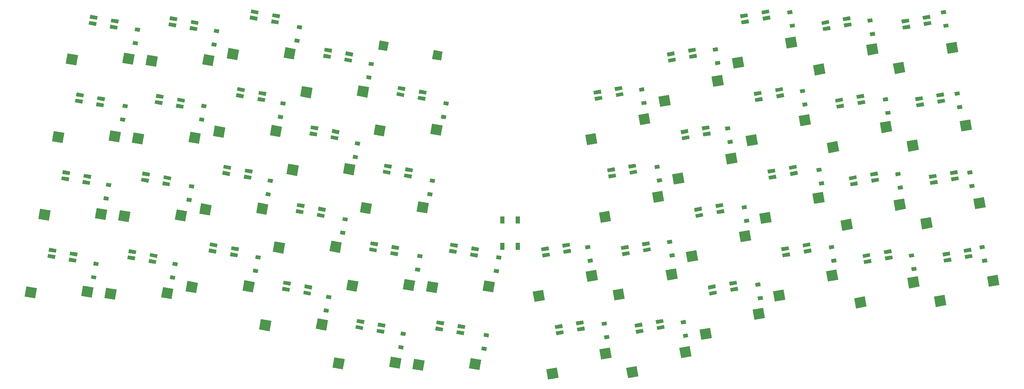
<source format=gbr>
%TF.GenerationSoftware,KiCad,Pcbnew,(5.1.10)-1*%
%TF.CreationDate,2021-09-29T15:51:44-06:00*%
%TF.ProjectId,VColMX44,56436f6c-4d58-4343-942e-6b696361645f,rev?*%
%TF.SameCoordinates,Original*%
%TF.FileFunction,Paste,Bot*%
%TF.FilePolarity,Positive*%
%FSLAX46Y46*%
G04 Gerber Fmt 4.6, Leading zero omitted, Abs format (unit mm)*
G04 Created by KiCad (PCBNEW (5.1.10)-1) date 2021-09-29 15:51:44*
%MOMM*%
%LPD*%
G01*
G04 APERTURE LIST*
%ADD10C,0.100000*%
%ADD11R,1.000000X1.700000*%
G04 APERTURE END LIST*
D10*
%TO.C,LS1*%
G36*
X133774033Y-65253802D02*
G01*
X133392007Y-67420380D01*
X131225429Y-67038354D01*
X131607455Y-64871776D01*
X133774033Y-65253802D01*
G37*
G36*
X120774571Y-62961646D02*
G01*
X120392545Y-65128224D01*
X118225967Y-64746198D01*
X118607993Y-62579620D01*
X120774571Y-62961646D01*
G37*
%TD*%
D11*
%TO.C,SW1*%
X151900000Y-112150000D03*
X151900000Y-105850000D03*
X148100000Y-112150000D03*
X148100000Y-105850000D03*
%TD*%
D10*
%TO.C,D1*%
G36*
X59200738Y-62661095D02*
G01*
X60382507Y-62869472D01*
X60226224Y-63755799D01*
X59044455Y-63547422D01*
X59200738Y-62661095D01*
G37*
G36*
X59773776Y-59411229D02*
G01*
X60955545Y-59619606D01*
X60799262Y-60505933D01*
X59617493Y-60297556D01*
X59773776Y-59411229D01*
G37*
%TD*%
%TO.C,D2*%
G36*
X78773776Y-59756121D02*
G01*
X79955545Y-59964498D01*
X79799262Y-60850825D01*
X78617493Y-60642448D01*
X78773776Y-59756121D01*
G37*
G36*
X78200738Y-63005987D02*
G01*
X79382507Y-63214364D01*
X79226224Y-64100691D01*
X78044455Y-63892314D01*
X78200738Y-63005987D01*
G37*
%TD*%
%TO.C,D3*%
G36*
X98773776Y-58827715D02*
G01*
X99955545Y-59036092D01*
X99799262Y-59922419D01*
X98617493Y-59714042D01*
X98773776Y-58827715D01*
G37*
G36*
X98200738Y-62077581D02*
G01*
X99382507Y-62285958D01*
X99226224Y-63172285D01*
X98044455Y-62963908D01*
X98200738Y-62077581D01*
G37*
%TD*%
%TO.C,D4*%
G36*
X115487257Y-70934108D02*
G01*
X116669026Y-71142485D01*
X116512743Y-72028812D01*
X115330974Y-71820435D01*
X115487257Y-70934108D01*
G37*
G36*
X116060295Y-67684242D02*
G01*
X117242064Y-67892619D01*
X117085781Y-68778946D01*
X115904012Y-68570569D01*
X116060295Y-67684242D01*
G37*
%TD*%
%TO.C,D5*%
G36*
X134060295Y-77202782D02*
G01*
X135242064Y-77411159D01*
X135085781Y-78297486D01*
X133904012Y-78089109D01*
X134060295Y-77202782D01*
G37*
G36*
X133487257Y-80452648D02*
G01*
X134669026Y-80661025D01*
X134512743Y-81547352D01*
X133330974Y-81338975D01*
X133487257Y-80452648D01*
G37*
%TD*%
%TO.C,D6*%
G36*
X146773776Y-114315308D02*
G01*
X147955545Y-114523685D01*
X147799262Y-115410012D01*
X146617493Y-115201635D01*
X146773776Y-114315308D01*
G37*
G36*
X146200738Y-117565174D02*
G01*
X147382507Y-117773551D01*
X147226224Y-118659878D01*
X146044455Y-118451501D01*
X146200738Y-117565174D01*
G37*
%TD*%
%TO.C,D7*%
G36*
X181044455Y-74036092D02*
G01*
X182226224Y-73827715D01*
X182382507Y-74714042D01*
X181200738Y-74922419D01*
X181044455Y-74036092D01*
G37*
G36*
X181617493Y-77285958D02*
G01*
X182799262Y-77077581D01*
X182955545Y-77963908D01*
X181773776Y-78172285D01*
X181617493Y-77285958D01*
G37*
%TD*%
%TO.C,D8*%
G36*
X198757936Y-64411159D02*
G01*
X199939705Y-64202782D01*
X200095988Y-65089109D01*
X198914219Y-65297486D01*
X198757936Y-64411159D01*
G37*
G36*
X199330974Y-67661025D02*
G01*
X200512743Y-67452648D01*
X200669026Y-68338975D01*
X199487257Y-68547352D01*
X199330974Y-67661025D01*
G37*
%TD*%
%TO.C,D9*%
G36*
X216757936Y-55411159D02*
G01*
X217939705Y-55202782D01*
X218095988Y-56089109D01*
X216914219Y-56297486D01*
X216757936Y-55411159D01*
G37*
G36*
X217330974Y-58661025D02*
G01*
X218512743Y-58452648D01*
X218669026Y-59338975D01*
X217487257Y-59547352D01*
X217330974Y-58661025D01*
G37*
%TD*%
%TO.C,D10*%
G36*
X236044455Y-57411159D02*
G01*
X237226224Y-57202782D01*
X237382507Y-58089109D01*
X236200738Y-58297486D01*
X236044455Y-57411159D01*
G37*
G36*
X236617493Y-60661025D02*
G01*
X237799262Y-60452648D01*
X237955545Y-61338975D01*
X236773776Y-61547352D01*
X236617493Y-60661025D01*
G37*
%TD*%
%TO.C,D11*%
G36*
X253757936Y-55411159D02*
G01*
X254939705Y-55202782D01*
X255095988Y-56089109D01*
X253914219Y-56297486D01*
X253757936Y-55411159D01*
G37*
G36*
X254330974Y-58661025D02*
G01*
X255512743Y-58452648D01*
X255669026Y-59338975D01*
X254487257Y-59547352D01*
X254330974Y-58661025D01*
G37*
%TD*%
%TO.C,D12*%
G36*
X56200738Y-81077581D02*
G01*
X57382507Y-81285958D01*
X57226224Y-82172285D01*
X56044455Y-81963908D01*
X56200738Y-81077581D01*
G37*
G36*
X56773776Y-77827715D02*
G01*
X57955545Y-78036092D01*
X57799262Y-78922419D01*
X56617493Y-78714042D01*
X56773776Y-77827715D01*
G37*
%TD*%
%TO.C,D13*%
G36*
X75200738Y-81077581D02*
G01*
X76382507Y-81285958D01*
X76226224Y-82172285D01*
X75044455Y-81963908D01*
X75200738Y-81077581D01*
G37*
G36*
X75773776Y-77827715D02*
G01*
X76955545Y-78036092D01*
X76799262Y-78922419D01*
X75617493Y-78714042D01*
X75773776Y-77827715D01*
G37*
%TD*%
%TO.C,D14*%
G36*
X94200738Y-80437293D02*
G01*
X95382507Y-80645670D01*
X95226224Y-81531997D01*
X94044455Y-81323620D01*
X94200738Y-80437293D01*
G37*
G36*
X94773776Y-77187427D02*
G01*
X95955545Y-77395804D01*
X95799262Y-78282131D01*
X94617493Y-78073754D01*
X94773776Y-77187427D01*
G37*
%TD*%
%TO.C,D15*%
G36*
X112773776Y-86827715D02*
G01*
X113955545Y-87036092D01*
X113799262Y-87922419D01*
X112617493Y-87714042D01*
X112773776Y-86827715D01*
G37*
G36*
X112200738Y-90077581D02*
G01*
X113382507Y-90285958D01*
X113226224Y-91172285D01*
X112044455Y-90963908D01*
X112200738Y-90077581D01*
G37*
%TD*%
%TO.C,D16*%
G36*
X130200738Y-99077581D02*
G01*
X131382507Y-99285958D01*
X131226224Y-100172285D01*
X130044455Y-99963908D01*
X130200738Y-99077581D01*
G37*
G36*
X130773776Y-95827715D02*
G01*
X131955545Y-96036092D01*
X131799262Y-96922419D01*
X130617493Y-96714042D01*
X130773776Y-95827715D01*
G37*
%TD*%
%TO.C,D17*%
G36*
X143200738Y-136276521D02*
G01*
X144382507Y-136484898D01*
X144226224Y-137371225D01*
X143044455Y-137162848D01*
X143200738Y-136276521D01*
G37*
G36*
X143773776Y-133026655D02*
G01*
X144955545Y-133235032D01*
X144799262Y-134121359D01*
X143617493Y-133912982D01*
X143773776Y-133026655D01*
G37*
%TD*%
%TO.C,D18*%
G36*
X185330974Y-95938941D02*
G01*
X186512743Y-95730564D01*
X186669026Y-96616891D01*
X185487257Y-96825268D01*
X185330974Y-95938941D01*
G37*
G36*
X184757936Y-92689075D02*
G01*
X185939705Y-92480698D01*
X186095988Y-93367025D01*
X184914219Y-93575402D01*
X184757936Y-92689075D01*
G37*
%TD*%
%TO.C,D19*%
G36*
X201757936Y-83411159D02*
G01*
X202939705Y-83202782D01*
X203095988Y-84089109D01*
X201914219Y-84297486D01*
X201757936Y-83411159D01*
G37*
G36*
X202330974Y-86661025D02*
G01*
X203512743Y-86452648D01*
X203669026Y-87338975D01*
X202487257Y-87547352D01*
X202330974Y-86661025D01*
G37*
%TD*%
%TO.C,D20*%
G36*
X220330974Y-77661025D02*
G01*
X221512743Y-77452648D01*
X221669026Y-78338975D01*
X220487257Y-78547352D01*
X220330974Y-77661025D01*
G37*
G36*
X219757936Y-74411159D02*
G01*
X220939705Y-74202782D01*
X221095988Y-75089109D01*
X219914219Y-75297486D01*
X219757936Y-74411159D01*
G37*
%TD*%
%TO.C,D21*%
G36*
X240330974Y-79661025D02*
G01*
X241512743Y-79452648D01*
X241669026Y-80338975D01*
X240487257Y-80547352D01*
X240330974Y-79661025D01*
G37*
G36*
X239757936Y-76411159D02*
G01*
X240939705Y-76202782D01*
X241095988Y-77089109D01*
X239914219Y-77297486D01*
X239757936Y-76411159D01*
G37*
%TD*%
%TO.C,D22*%
G36*
X257617493Y-78285958D02*
G01*
X258799262Y-78077581D01*
X258955545Y-78963908D01*
X257773776Y-79172285D01*
X257617493Y-78285958D01*
G37*
G36*
X257044455Y-75036092D02*
G01*
X258226224Y-74827715D01*
X258382507Y-75714042D01*
X257200738Y-75922419D01*
X257044455Y-75036092D01*
G37*
%TD*%
%TO.C,D23*%
G36*
X52773776Y-96827715D02*
G01*
X53955545Y-97036092D01*
X53799262Y-97922419D01*
X52617493Y-97714042D01*
X52773776Y-96827715D01*
G37*
G36*
X52200738Y-100077581D02*
G01*
X53382507Y-100285958D01*
X53226224Y-101172285D01*
X52044455Y-100963908D01*
X52200738Y-100077581D01*
G37*
%TD*%
%TO.C,D24*%
G36*
X72773776Y-97178815D02*
G01*
X73955545Y-97387192D01*
X73799262Y-98273519D01*
X72617493Y-98065142D01*
X72773776Y-97178815D01*
G37*
G36*
X72200738Y-100428681D02*
G01*
X73382507Y-100637058D01*
X73226224Y-101523385D01*
X72044455Y-101315008D01*
X72200738Y-100428681D01*
G37*
%TD*%
%TO.C,D25*%
G36*
X91773776Y-95827715D02*
G01*
X92955545Y-96036092D01*
X92799262Y-96922419D01*
X91617493Y-96714042D01*
X91773776Y-95827715D01*
G37*
G36*
X91200738Y-99077581D02*
G01*
X92382507Y-99285958D01*
X92226224Y-100172285D01*
X91044455Y-99963908D01*
X91200738Y-99077581D01*
G37*
%TD*%
%TO.C,D26*%
G36*
X109773776Y-105106937D02*
G01*
X110955545Y-105315314D01*
X110799262Y-106201641D01*
X109617493Y-105993264D01*
X109773776Y-105106937D01*
G37*
G36*
X109200738Y-108356803D02*
G01*
X110382507Y-108565180D01*
X110226224Y-109451507D01*
X109044455Y-109243130D01*
X109200738Y-108356803D01*
G37*
%TD*%
%TO.C,D27*%
G36*
X127773776Y-113970416D02*
G01*
X128955545Y-114178793D01*
X128799262Y-115065120D01*
X127617493Y-114856743D01*
X127773776Y-113970416D01*
G37*
G36*
X127200738Y-117220282D02*
G01*
X128382507Y-117428659D01*
X128226224Y-118314986D01*
X127044455Y-118106609D01*
X127200738Y-117220282D01*
G37*
%TD*%
%TO.C,D28*%
G36*
X168617493Y-115285958D02*
G01*
X169799262Y-115077581D01*
X169955545Y-115963908D01*
X168773776Y-116172285D01*
X168617493Y-115285958D01*
G37*
G36*
X168044455Y-112036092D02*
G01*
X169226224Y-111827715D01*
X169382507Y-112714042D01*
X168200738Y-112922419D01*
X168044455Y-112036092D01*
G37*
%TD*%
%TO.C,D29*%
G36*
X188330974Y-114010162D02*
G01*
X189512743Y-113801785D01*
X189669026Y-114688112D01*
X188487257Y-114896489D01*
X188330974Y-114010162D01*
G37*
G36*
X187757936Y-110760296D02*
G01*
X188939705Y-110551919D01*
X189095988Y-111438246D01*
X187914219Y-111646623D01*
X187757936Y-110760296D01*
G37*
%TD*%
%TO.C,D30*%
G36*
X205757936Y-102411159D02*
G01*
X206939705Y-102202782D01*
X207095988Y-103089109D01*
X205914219Y-103297486D01*
X205757936Y-102411159D01*
G37*
G36*
X206330974Y-105661025D02*
G01*
X207512743Y-105452648D01*
X207669026Y-106338975D01*
X206487257Y-106547352D01*
X206330974Y-105661025D01*
G37*
%TD*%
%TO.C,D31*%
G36*
X223757936Y-93411159D02*
G01*
X224939705Y-93202782D01*
X225095988Y-94089109D01*
X223914219Y-94297486D01*
X223757936Y-93411159D01*
G37*
G36*
X224330974Y-96661025D02*
G01*
X225512743Y-96452648D01*
X225669026Y-97338975D01*
X224487257Y-97547352D01*
X224330974Y-96661025D01*
G37*
%TD*%
%TO.C,D32*%
G36*
X242757936Y-94411159D02*
G01*
X243939705Y-94202782D01*
X244095988Y-95089109D01*
X242914219Y-95297486D01*
X242757936Y-94411159D01*
G37*
G36*
X243330974Y-97661025D02*
G01*
X244512743Y-97452648D01*
X244669026Y-98338975D01*
X243487257Y-98547352D01*
X243330974Y-97661025D01*
G37*
%TD*%
%TO.C,D33*%
G36*
X260044455Y-94036092D02*
G01*
X261226224Y-93827715D01*
X261382507Y-94714042D01*
X260200738Y-94922419D01*
X260044455Y-94036092D01*
G37*
G36*
X260617493Y-97285958D02*
G01*
X261799262Y-97077581D01*
X261955545Y-97963908D01*
X260773776Y-98172285D01*
X260617493Y-97285958D01*
G37*
%TD*%
%TO.C,D34*%
G36*
X49200738Y-119077581D02*
G01*
X50382507Y-119285958D01*
X50226224Y-120172285D01*
X49044455Y-119963908D01*
X49200738Y-119077581D01*
G37*
G36*
X49773776Y-115827715D02*
G01*
X50955545Y-116036092D01*
X50799262Y-116922419D01*
X49617493Y-116714042D01*
X49773776Y-115827715D01*
G37*
%TD*%
%TO.C,D35*%
G36*
X68200738Y-119140029D02*
G01*
X69382507Y-119348406D01*
X69226224Y-120234733D01*
X68044455Y-120026356D01*
X68200738Y-119140029D01*
G37*
G36*
X68773776Y-115890163D02*
G01*
X69955545Y-116098540D01*
X69799262Y-116984867D01*
X68617493Y-116776490D01*
X68773776Y-115890163D01*
G37*
%TD*%
%TO.C,D36*%
G36*
X88200738Y-117515305D02*
G01*
X89382507Y-117723682D01*
X89226224Y-118610009D01*
X88044455Y-118401632D01*
X88200738Y-117515305D01*
G37*
G36*
X88773776Y-114265439D02*
G01*
X89955545Y-114473816D01*
X89799262Y-115360143D01*
X88617493Y-115151766D01*
X88773776Y-114265439D01*
G37*
%TD*%
%TO.C,D37*%
G36*
X105200738Y-127077581D02*
G01*
X106382507Y-127285958D01*
X106226224Y-128172285D01*
X105044455Y-127963908D01*
X105200738Y-127077581D01*
G37*
G36*
X105773776Y-123827715D02*
G01*
X106955545Y-124036092D01*
X106799262Y-124922419D01*
X105617493Y-124714042D01*
X105773776Y-123827715D01*
G37*
%TD*%
%TO.C,D38*%
G36*
X123200738Y-135931629D02*
G01*
X124382507Y-136140006D01*
X124226224Y-137026333D01*
X123044455Y-136817956D01*
X123200738Y-135931629D01*
G37*
G36*
X123773776Y-132681763D02*
G01*
X124955545Y-132890140D01*
X124799262Y-133776467D01*
X123617493Y-133568090D01*
X123773776Y-132681763D01*
G37*
%TD*%
%TO.C,D39*%
G36*
X172044455Y-130456661D02*
G01*
X173226224Y-130248284D01*
X173382507Y-131134611D01*
X172200738Y-131342988D01*
X172044455Y-130456661D01*
G37*
G36*
X172617493Y-133706527D02*
G01*
X173799262Y-133498150D01*
X173955545Y-134384477D01*
X172773776Y-134592854D01*
X172617493Y-133706527D01*
G37*
%TD*%
%TO.C,D40*%
G36*
X191044455Y-130111769D02*
G01*
X192226224Y-129903392D01*
X192382507Y-130789719D01*
X191200738Y-130998096D01*
X191044455Y-130111769D01*
G37*
G36*
X191617493Y-133361635D02*
G01*
X192799262Y-133153258D01*
X192955545Y-134039585D01*
X191773776Y-134247962D01*
X191617493Y-133361635D01*
G37*
%TD*%
%TO.C,D41*%
G36*
X209617493Y-124285958D02*
G01*
X210799262Y-124077581D01*
X210955545Y-124963908D01*
X209773776Y-125172285D01*
X209617493Y-124285958D01*
G37*
G36*
X209044455Y-121036092D02*
G01*
X210226224Y-120827715D01*
X210382507Y-121714042D01*
X209200738Y-121922419D01*
X209044455Y-121036092D01*
G37*
%TD*%
%TO.C,D42*%
G36*
X227330974Y-115285958D02*
G01*
X228512743Y-115077581D01*
X228669026Y-115963908D01*
X227487257Y-116172285D01*
X227330974Y-115285958D01*
G37*
G36*
X226757936Y-112036092D02*
G01*
X227939705Y-111827715D01*
X228095988Y-112714042D01*
X226914219Y-112922419D01*
X226757936Y-112036092D01*
G37*
%TD*%
%TO.C,D43*%
G36*
X246617493Y-117285958D02*
G01*
X247799262Y-117077581D01*
X247955545Y-117963908D01*
X246773776Y-118172285D01*
X246617493Y-117285958D01*
G37*
G36*
X246044455Y-114036092D02*
G01*
X247226224Y-113827715D01*
X247382507Y-114714042D01*
X246200738Y-114922419D01*
X246044455Y-114036092D01*
G37*
%TD*%
%TO.C,D44*%
G36*
X263617493Y-115285958D02*
G01*
X264799262Y-115077581D01*
X264955545Y-115963908D01*
X263773776Y-116172285D01*
X263617493Y-115285958D01*
G37*
G36*
X263044455Y-112036092D02*
G01*
X264226224Y-111827715D01*
X264382507Y-112714042D01*
X263200738Y-112922419D01*
X263044455Y-112036092D01*
G37*
%TD*%
%TO.C,U1*%
G36*
X50660580Y-56698501D02*
G01*
X50504296Y-57584828D01*
X48731642Y-57272261D01*
X48887926Y-56385934D01*
X50660580Y-56698501D01*
G37*
G36*
X50400108Y-58175712D02*
G01*
X50243824Y-59062039D01*
X48471170Y-58749472D01*
X48627454Y-57863145D01*
X50400108Y-58175712D01*
G37*
G36*
X55781581Y-57601471D02*
G01*
X55625297Y-58487798D01*
X53852643Y-58175231D01*
X54008927Y-57288904D01*
X55781581Y-57601471D01*
G37*
G36*
X55521108Y-59078683D02*
G01*
X55364824Y-59965010D01*
X53592170Y-59652443D01*
X53748454Y-58766116D01*
X55521108Y-59078683D01*
G37*
G36*
X45916391Y-66097473D02*
G01*
X45482271Y-68559492D01*
X42971011Y-68116689D01*
X43405131Y-65654670D01*
X45916391Y-66097473D01*
G37*
G36*
X59578501Y-65927288D02*
G01*
X59144381Y-68389307D01*
X56633121Y-67946504D01*
X57067241Y-65484485D01*
X59578501Y-65927288D01*
G37*
%TD*%
%TO.C,U2*%
G36*
X69892872Y-57043393D02*
G01*
X69736588Y-57929720D01*
X67963934Y-57617153D01*
X68120218Y-56730826D01*
X69892872Y-57043393D01*
G37*
G36*
X69632400Y-58520604D02*
G01*
X69476116Y-59406931D01*
X67703462Y-59094364D01*
X67859746Y-58208037D01*
X69632400Y-58520604D01*
G37*
G36*
X75013873Y-57946363D02*
G01*
X74857589Y-58832690D01*
X73084935Y-58520123D01*
X73241219Y-57633796D01*
X75013873Y-57946363D01*
G37*
G36*
X74753400Y-59423575D02*
G01*
X74597116Y-60309902D01*
X72824462Y-59997335D01*
X72980746Y-59111008D01*
X74753400Y-59423575D01*
G37*
G36*
X65148683Y-66442365D02*
G01*
X64714563Y-68904384D01*
X62203303Y-68461581D01*
X62637423Y-65999562D01*
X65148683Y-66442365D01*
G37*
G36*
X78810793Y-66272180D02*
G01*
X78376673Y-68734199D01*
X75865413Y-68291396D01*
X76299533Y-65829377D01*
X78810793Y-66272180D01*
G37*
%TD*%
%TO.C,U3*%
G36*
X98390381Y-64647457D02*
G01*
X97956261Y-67109476D01*
X95445001Y-66666673D01*
X95879121Y-64204654D01*
X98390381Y-64647457D01*
G37*
G36*
X84728271Y-64817642D02*
G01*
X84294151Y-67279661D01*
X81782891Y-66836858D01*
X82217011Y-64374839D01*
X84728271Y-64817642D01*
G37*
G36*
X94332988Y-57798852D02*
G01*
X94176704Y-58685179D01*
X92404050Y-58372612D01*
X92560334Y-57486285D01*
X94332988Y-57798852D01*
G37*
G36*
X94593461Y-56321640D02*
G01*
X94437177Y-57207967D01*
X92664523Y-56895400D01*
X92820807Y-56009073D01*
X94593461Y-56321640D01*
G37*
G36*
X89211988Y-56895881D02*
G01*
X89055704Y-57782208D01*
X87283050Y-57469641D01*
X87439334Y-56583314D01*
X89211988Y-56895881D01*
G37*
G36*
X89472460Y-55418670D02*
G01*
X89316176Y-56304997D01*
X87543522Y-55992430D01*
X87699806Y-55106103D01*
X89472460Y-55418670D01*
G37*
%TD*%
%TO.C,U4*%
G36*
X107141918Y-64626832D02*
G01*
X106985634Y-65513159D01*
X105212980Y-65200592D01*
X105369264Y-64314265D01*
X107141918Y-64626832D01*
G37*
G36*
X106881446Y-66104043D02*
G01*
X106725162Y-66990370D01*
X104952508Y-66677803D01*
X105108792Y-65791476D01*
X106881446Y-66104043D01*
G37*
G36*
X112262919Y-65529802D02*
G01*
X112106635Y-66416129D01*
X110333981Y-66103562D01*
X110490265Y-65217235D01*
X112262919Y-65529802D01*
G37*
G36*
X112002446Y-67007014D02*
G01*
X111846162Y-67893341D01*
X110073508Y-67580774D01*
X110229792Y-66694447D01*
X112002446Y-67007014D01*
G37*
G36*
X102397729Y-74025804D02*
G01*
X101963609Y-76487823D01*
X99452349Y-76045020D01*
X99886469Y-73583001D01*
X102397729Y-74025804D01*
G37*
G36*
X116059839Y-73855619D02*
G01*
X115625719Y-76317638D01*
X113114459Y-75874835D01*
X113548579Y-73412816D01*
X116059839Y-73855619D01*
G37*
%TD*%
%TO.C,U5*%
G36*
X124811376Y-73834994D02*
G01*
X124655092Y-74721321D01*
X122882438Y-74408754D01*
X123038722Y-73522427D01*
X124811376Y-73834994D01*
G37*
G36*
X124550904Y-75312205D02*
G01*
X124394620Y-76198532D01*
X122621966Y-75885965D01*
X122778250Y-74999638D01*
X124550904Y-75312205D01*
G37*
G36*
X129932377Y-74737964D02*
G01*
X129776093Y-75624291D01*
X128003439Y-75311724D01*
X128159723Y-74425397D01*
X129932377Y-74737964D01*
G37*
G36*
X129671904Y-76215176D02*
G01*
X129515620Y-77101503D01*
X127742966Y-76788936D01*
X127899250Y-75902609D01*
X129671904Y-76215176D01*
G37*
G36*
X120067187Y-83233966D02*
G01*
X119633067Y-85695985D01*
X117121807Y-85253182D01*
X117555927Y-82791163D01*
X120067187Y-83233966D01*
G37*
G36*
X133729297Y-83063781D02*
G01*
X133295177Y-85525800D01*
X130783917Y-85082997D01*
X131218037Y-82620978D01*
X133729297Y-83063781D01*
G37*
%TD*%
%TO.C,U6*%
G36*
X137445038Y-111602581D02*
G01*
X137288754Y-112488908D01*
X135516100Y-112176341D01*
X135672384Y-111290014D01*
X137445038Y-111602581D01*
G37*
G36*
X137184566Y-113079792D02*
G01*
X137028282Y-113966119D01*
X135255628Y-113653552D01*
X135411912Y-112767225D01*
X137184566Y-113079792D01*
G37*
G36*
X142566039Y-112505551D02*
G01*
X142409755Y-113391878D01*
X140637101Y-113079311D01*
X140793385Y-112192984D01*
X142566039Y-112505551D01*
G37*
G36*
X142305566Y-113982763D02*
G01*
X142149282Y-114869090D01*
X140376628Y-114556523D01*
X140532912Y-113670196D01*
X142305566Y-113982763D01*
G37*
G36*
X132700849Y-121001553D02*
G01*
X132266729Y-123463572D01*
X129755469Y-123020769D01*
X130189589Y-120558750D01*
X132700849Y-121001553D01*
G37*
G36*
X146362959Y-120831368D02*
G01*
X145928839Y-123293387D01*
X143417579Y-122850584D01*
X143851699Y-120388565D01*
X146362959Y-120831368D01*
G37*
%TD*%
%TO.C,U7*%
G36*
X183376814Y-80047512D02*
G01*
X183810934Y-82509531D01*
X181299674Y-82952334D01*
X180865554Y-80490315D01*
X183376814Y-80047512D01*
G37*
G36*
X170596836Y-84880150D02*
G01*
X171030956Y-87342169D01*
X168519696Y-87784972D01*
X168085576Y-85322953D01*
X170596836Y-84880150D01*
G37*
G36*
X177221750Y-74999638D02*
G01*
X177378034Y-75885965D01*
X175605380Y-76198532D01*
X175449096Y-75312205D01*
X177221750Y-74999638D01*
G37*
G36*
X176961278Y-73522427D02*
G01*
X177117562Y-74408754D01*
X175344908Y-74721321D01*
X175188624Y-73834994D01*
X176961278Y-73522427D01*
G37*
G36*
X172100750Y-75902609D02*
G01*
X172257034Y-76788936D01*
X170484380Y-77101503D01*
X170328096Y-76215176D01*
X172100750Y-75902609D01*
G37*
G36*
X171840277Y-74425397D02*
G01*
X171996561Y-75311724D01*
X170223907Y-75624291D01*
X170067623Y-74737964D01*
X171840277Y-74425397D01*
G37*
%TD*%
%TO.C,U8*%
G36*
X189509735Y-65217235D02*
G01*
X189666019Y-66103562D01*
X187893365Y-66416129D01*
X187737081Y-65529802D01*
X189509735Y-65217235D01*
G37*
G36*
X189770208Y-66694447D02*
G01*
X189926492Y-67580774D01*
X188153838Y-67893341D01*
X187997554Y-67007014D01*
X189770208Y-66694447D01*
G37*
G36*
X194630736Y-64314265D02*
G01*
X194787020Y-65200592D01*
X193014366Y-65513159D01*
X192858082Y-64626832D01*
X194630736Y-64314265D01*
G37*
G36*
X194891208Y-65791476D02*
G01*
X195047492Y-66677803D01*
X193274838Y-66990370D01*
X193118554Y-66104043D01*
X194891208Y-65791476D01*
G37*
G36*
X188266294Y-75671988D02*
G01*
X188700414Y-78134007D01*
X186189154Y-78576810D01*
X185755034Y-76114791D01*
X188266294Y-75671988D01*
G37*
G36*
X201046272Y-70839350D02*
G01*
X201480392Y-73301369D01*
X198969132Y-73744172D01*
X198535012Y-71282153D01*
X201046272Y-70839350D01*
G37*
%TD*%
%TO.C,U9*%
G36*
X207179193Y-56009073D02*
G01*
X207335477Y-56895400D01*
X205562823Y-57207967D01*
X205406539Y-56321640D01*
X207179193Y-56009073D01*
G37*
G36*
X207439666Y-57486285D02*
G01*
X207595950Y-58372612D01*
X205823296Y-58685179D01*
X205667012Y-57798852D01*
X207439666Y-57486285D01*
G37*
G36*
X212300194Y-55106103D02*
G01*
X212456478Y-55992430D01*
X210683824Y-56304997D01*
X210527540Y-55418670D01*
X212300194Y-55106103D01*
G37*
G36*
X212560666Y-56583314D02*
G01*
X212716950Y-57469641D01*
X210944296Y-57782208D01*
X210788012Y-56895881D01*
X212560666Y-56583314D01*
G37*
G36*
X205935752Y-66463826D02*
G01*
X206369872Y-68925845D01*
X203858612Y-69368648D01*
X203424492Y-66906629D01*
X205935752Y-66463826D01*
G37*
G36*
X218715730Y-61631188D02*
G01*
X219149850Y-64093207D01*
X216638590Y-64536010D01*
X216204470Y-62073991D01*
X218715730Y-61631188D01*
G37*
%TD*%
%TO.C,U10*%
G36*
X238295318Y-63255911D02*
G01*
X238729438Y-65717930D01*
X236218178Y-66160733D01*
X235784058Y-63698714D01*
X238295318Y-63255911D01*
G37*
G36*
X225515340Y-68088549D02*
G01*
X225949460Y-70550568D01*
X223438200Y-70993371D01*
X223004080Y-68531352D01*
X225515340Y-68088549D01*
G37*
G36*
X232140254Y-58208037D02*
G01*
X232296538Y-59094364D01*
X230523884Y-59406931D01*
X230367600Y-58520604D01*
X232140254Y-58208037D01*
G37*
G36*
X231879782Y-56730826D02*
G01*
X232036066Y-57617153D01*
X230263412Y-57929720D01*
X230107128Y-57043393D01*
X231879782Y-56730826D01*
G37*
G36*
X227019254Y-59111008D02*
G01*
X227175538Y-59997335D01*
X225402884Y-60309902D01*
X225246600Y-59423575D01*
X227019254Y-59111008D01*
G37*
G36*
X226758781Y-57633796D02*
G01*
X226915065Y-58520123D01*
X225142411Y-58832690D01*
X224986127Y-57946363D01*
X226758781Y-57633796D01*
G37*
%TD*%
%TO.C,U11*%
G36*
X257527610Y-62911019D02*
G01*
X257961730Y-65373038D01*
X255450470Y-65815841D01*
X255016350Y-63353822D01*
X257527610Y-62911019D01*
G37*
G36*
X244747632Y-67743657D02*
G01*
X245181752Y-70205676D01*
X242670492Y-70648479D01*
X242236372Y-68186460D01*
X244747632Y-67743657D01*
G37*
G36*
X251372546Y-57863145D02*
G01*
X251528830Y-58749472D01*
X249756176Y-59062039D01*
X249599892Y-58175712D01*
X251372546Y-57863145D01*
G37*
G36*
X251112074Y-56385934D02*
G01*
X251268358Y-57272261D01*
X249495704Y-57584828D01*
X249339420Y-56698501D01*
X251112074Y-56385934D01*
G37*
G36*
X246251546Y-58766116D02*
G01*
X246407830Y-59652443D01*
X244635176Y-59965010D01*
X244478892Y-59078683D01*
X246251546Y-58766116D01*
G37*
G36*
X245991073Y-57288904D02*
G01*
X246147357Y-58175231D01*
X244374703Y-58487798D01*
X244218419Y-57601471D01*
X245991073Y-57288904D01*
G37*
%TD*%
%TO.C,U12*%
G36*
X47361265Y-75409849D02*
G01*
X47204981Y-76296176D01*
X45432327Y-75983609D01*
X45588611Y-75097282D01*
X47361265Y-75409849D01*
G37*
G36*
X47100793Y-76887060D02*
G01*
X46944509Y-77773387D01*
X45171855Y-77460820D01*
X45328139Y-76574493D01*
X47100793Y-76887060D01*
G37*
G36*
X52482266Y-76312819D02*
G01*
X52325982Y-77199146D01*
X50553328Y-76886579D01*
X50709612Y-76000252D01*
X52482266Y-76312819D01*
G37*
G36*
X52221793Y-77790031D02*
G01*
X52065509Y-78676358D01*
X50292855Y-78363791D01*
X50449139Y-77477464D01*
X52221793Y-77790031D01*
G37*
G36*
X42617076Y-84808821D02*
G01*
X42182956Y-87270840D01*
X39671696Y-86828037D01*
X40105816Y-84366018D01*
X42617076Y-84808821D01*
G37*
G36*
X56279186Y-84638636D02*
G01*
X55845066Y-87100655D01*
X53333806Y-86657852D01*
X53767926Y-84195833D01*
X56279186Y-84638636D01*
G37*
%TD*%
%TO.C,U13*%
G36*
X66593556Y-75754741D02*
G01*
X66437272Y-76641068D01*
X64664618Y-76328501D01*
X64820902Y-75442174D01*
X66593556Y-75754741D01*
G37*
G36*
X66333084Y-77231952D02*
G01*
X66176800Y-78118279D01*
X64404146Y-77805712D01*
X64560430Y-76919385D01*
X66333084Y-77231952D01*
G37*
G36*
X71714557Y-76657711D02*
G01*
X71558273Y-77544038D01*
X69785619Y-77231471D01*
X69941903Y-76345144D01*
X71714557Y-76657711D01*
G37*
G36*
X71454084Y-78134923D02*
G01*
X71297800Y-79021250D01*
X69525146Y-78708683D01*
X69681430Y-77822356D01*
X71454084Y-78134923D01*
G37*
G36*
X61849367Y-85153713D02*
G01*
X61415247Y-87615732D01*
X58903987Y-87172929D01*
X59338107Y-84710910D01*
X61849367Y-85153713D01*
G37*
G36*
X75511477Y-84983528D02*
G01*
X75077357Y-87445547D01*
X72566097Y-87002744D01*
X73000217Y-84540725D01*
X75511477Y-84983528D01*
G37*
%TD*%
%TO.C,U14*%
G36*
X95091066Y-83358806D02*
G01*
X94656946Y-85820825D01*
X92145686Y-85378022D01*
X92579806Y-82916003D01*
X95091066Y-83358806D01*
G37*
G36*
X81428956Y-83528991D02*
G01*
X80994836Y-85991010D01*
X78483576Y-85548207D01*
X78917696Y-83086188D01*
X81428956Y-83528991D01*
G37*
G36*
X91033673Y-76510201D02*
G01*
X90877389Y-77396528D01*
X89104735Y-77083961D01*
X89261019Y-76197634D01*
X91033673Y-76510201D01*
G37*
G36*
X91294146Y-75032989D02*
G01*
X91137862Y-75919316D01*
X89365208Y-75606749D01*
X89521492Y-74720422D01*
X91294146Y-75032989D01*
G37*
G36*
X85912673Y-75607230D02*
G01*
X85756389Y-76493557D01*
X83983735Y-76180990D01*
X84140019Y-75294663D01*
X85912673Y-75607230D01*
G37*
G36*
X86173145Y-74130019D02*
G01*
X86016861Y-75016346D01*
X84244207Y-74703779D01*
X84400491Y-73817452D01*
X86173145Y-74130019D01*
G37*
%TD*%
%TO.C,U15*%
G36*
X112760524Y-92566966D02*
G01*
X112326404Y-95028985D01*
X109815144Y-94586182D01*
X110249264Y-92124163D01*
X112760524Y-92566966D01*
G37*
G36*
X99098414Y-92737151D02*
G01*
X98664294Y-95199170D01*
X96153034Y-94756367D01*
X96587154Y-92294348D01*
X99098414Y-92737151D01*
G37*
G36*
X108703131Y-85718361D02*
G01*
X108546847Y-86604688D01*
X106774193Y-86292121D01*
X106930477Y-85405794D01*
X108703131Y-85718361D01*
G37*
G36*
X108963604Y-84241149D02*
G01*
X108807320Y-85127476D01*
X107034666Y-84814909D01*
X107190950Y-83928582D01*
X108963604Y-84241149D01*
G37*
G36*
X103582131Y-84815390D02*
G01*
X103425847Y-85701717D01*
X101653193Y-85389150D01*
X101809477Y-84502823D01*
X103582131Y-84815390D01*
G37*
G36*
X103842603Y-83338179D02*
G01*
X103686319Y-84224506D01*
X101913665Y-83911939D01*
X102069949Y-83025612D01*
X103842603Y-83338179D01*
G37*
%TD*%
%TO.C,U16*%
G36*
X121512061Y-92546341D02*
G01*
X121355777Y-93432668D01*
X119583123Y-93120101D01*
X119739407Y-92233774D01*
X121512061Y-92546341D01*
G37*
G36*
X121251589Y-94023552D02*
G01*
X121095305Y-94909879D01*
X119322651Y-94597312D01*
X119478935Y-93710985D01*
X121251589Y-94023552D01*
G37*
G36*
X126633062Y-93449311D02*
G01*
X126476778Y-94335638D01*
X124704124Y-94023071D01*
X124860408Y-93136744D01*
X126633062Y-93449311D01*
G37*
G36*
X126372589Y-94926523D02*
G01*
X126216305Y-95812850D01*
X124443651Y-95500283D01*
X124599935Y-94613956D01*
X126372589Y-94926523D01*
G37*
G36*
X116767872Y-101945313D02*
G01*
X116333752Y-104407332D01*
X113822492Y-103964529D01*
X114256612Y-101502510D01*
X116767872Y-101945313D01*
G37*
G36*
X130429982Y-101775128D02*
G01*
X129995862Y-104237147D01*
X127484602Y-103794344D01*
X127918722Y-101332325D01*
X130429982Y-101775128D01*
G37*
%TD*%
%TO.C,U17*%
G36*
X134145722Y-130313928D02*
G01*
X133989438Y-131200255D01*
X132216784Y-130887688D01*
X132373068Y-130001361D01*
X134145722Y-130313928D01*
G37*
G36*
X133885250Y-131791139D02*
G01*
X133728966Y-132677466D01*
X131956312Y-132364899D01*
X132112596Y-131478572D01*
X133885250Y-131791139D01*
G37*
G36*
X139266723Y-131216898D02*
G01*
X139110439Y-132103225D01*
X137337785Y-131790658D01*
X137494069Y-130904331D01*
X139266723Y-131216898D01*
G37*
G36*
X139006250Y-132694110D02*
G01*
X138849966Y-133580437D01*
X137077312Y-133267870D01*
X137233596Y-132381543D01*
X139006250Y-132694110D01*
G37*
G36*
X129401533Y-139712900D02*
G01*
X128967413Y-142174919D01*
X126456153Y-141732116D01*
X126890273Y-139270097D01*
X129401533Y-139712900D01*
G37*
G36*
X143063643Y-139542715D02*
G01*
X142629523Y-142004734D01*
X140118263Y-141561931D01*
X140552383Y-139099912D01*
X143063643Y-139542715D01*
G37*
%TD*%
%TO.C,U18*%
G36*
X186676129Y-98758859D02*
G01*
X187110249Y-101220878D01*
X184598989Y-101663681D01*
X184164869Y-99201662D01*
X186676129Y-98758859D01*
G37*
G36*
X173896151Y-103591497D02*
G01*
X174330271Y-106053516D01*
X171819011Y-106496319D01*
X171384891Y-104034300D01*
X173896151Y-103591497D01*
G37*
G36*
X180521065Y-93710985D02*
G01*
X180677349Y-94597312D01*
X178904695Y-94909879D01*
X178748411Y-94023552D01*
X180521065Y-93710985D01*
G37*
G36*
X180260593Y-92233774D02*
G01*
X180416877Y-93120101D01*
X178644223Y-93432668D01*
X178487939Y-92546341D01*
X180260593Y-92233774D01*
G37*
G36*
X175400065Y-94613956D02*
G01*
X175556349Y-95500283D01*
X173783695Y-95812850D01*
X173627411Y-94926523D01*
X175400065Y-94613956D01*
G37*
G36*
X175139592Y-93136744D02*
G01*
X175295876Y-94023071D01*
X173523222Y-94335638D01*
X173366938Y-93449311D01*
X175139592Y-93136744D01*
G37*
%TD*%
%TO.C,U19*%
G36*
X192809050Y-83928582D02*
G01*
X192965334Y-84814909D01*
X191192680Y-85127476D01*
X191036396Y-84241149D01*
X192809050Y-83928582D01*
G37*
G36*
X193069523Y-85405794D02*
G01*
X193225807Y-86292121D01*
X191453153Y-86604688D01*
X191296869Y-85718361D01*
X193069523Y-85405794D01*
G37*
G36*
X197930051Y-83025612D02*
G01*
X198086335Y-83911939D01*
X196313681Y-84224506D01*
X196157397Y-83338179D01*
X197930051Y-83025612D01*
G37*
G36*
X198190523Y-84502823D02*
G01*
X198346807Y-85389150D01*
X196574153Y-85701717D01*
X196417869Y-84815390D01*
X198190523Y-84502823D01*
G37*
G36*
X191565609Y-94383335D02*
G01*
X191999729Y-96845354D01*
X189488469Y-97288157D01*
X189054349Y-94826138D01*
X191565609Y-94383335D01*
G37*
G36*
X204345587Y-89550697D02*
G01*
X204779707Y-92012716D01*
X202268447Y-92455519D01*
X201834327Y-89993500D01*
X204345587Y-89550697D01*
G37*
%TD*%
%TO.C,U20*%
G36*
X210478508Y-74720422D02*
G01*
X210634792Y-75606749D01*
X208862138Y-75919316D01*
X208705854Y-75032989D01*
X210478508Y-74720422D01*
G37*
G36*
X210738981Y-76197634D02*
G01*
X210895265Y-77083961D01*
X209122611Y-77396528D01*
X208966327Y-76510201D01*
X210738981Y-76197634D01*
G37*
G36*
X215599509Y-73817452D02*
G01*
X215755793Y-74703779D01*
X213983139Y-75016346D01*
X213826855Y-74130019D01*
X215599509Y-73817452D01*
G37*
G36*
X215859981Y-75294663D02*
G01*
X216016265Y-76180990D01*
X214243611Y-76493557D01*
X214087327Y-75607230D01*
X215859981Y-75294663D01*
G37*
G36*
X209235067Y-85175175D02*
G01*
X209669187Y-87637194D01*
X207157927Y-88079997D01*
X206723807Y-85617978D01*
X209235067Y-85175175D01*
G37*
G36*
X222015045Y-80342537D02*
G01*
X222449165Y-82804556D01*
X219937905Y-83247359D01*
X219503785Y-80785340D01*
X222015045Y-80342537D01*
G37*
%TD*%
%TO.C,U21*%
G36*
X241594634Y-81967259D02*
G01*
X242028754Y-84429278D01*
X239517494Y-84872081D01*
X239083374Y-82410062D01*
X241594634Y-81967259D01*
G37*
G36*
X228814656Y-86799897D02*
G01*
X229248776Y-89261916D01*
X226737516Y-89704719D01*
X226303396Y-87242700D01*
X228814656Y-86799897D01*
G37*
G36*
X235439570Y-76919385D02*
G01*
X235595854Y-77805712D01*
X233823200Y-78118279D01*
X233666916Y-77231952D01*
X235439570Y-76919385D01*
G37*
G36*
X235179098Y-75442174D02*
G01*
X235335382Y-76328501D01*
X233562728Y-76641068D01*
X233406444Y-75754741D01*
X235179098Y-75442174D01*
G37*
G36*
X230318570Y-77822356D02*
G01*
X230474854Y-78708683D01*
X228702200Y-79021250D01*
X228545916Y-78134923D01*
X230318570Y-77822356D01*
G37*
G36*
X230058097Y-76345144D02*
G01*
X230214381Y-77231471D01*
X228441727Y-77544038D01*
X228285443Y-76657711D01*
X230058097Y-76345144D01*
G37*
%TD*%
%TO.C,U22*%
G36*
X260826925Y-81622367D02*
G01*
X261261045Y-84084386D01*
X258749785Y-84527189D01*
X258315665Y-82065170D01*
X260826925Y-81622367D01*
G37*
G36*
X248046947Y-86455005D02*
G01*
X248481067Y-88917024D01*
X245969807Y-89359827D01*
X245535687Y-86897808D01*
X248046947Y-86455005D01*
G37*
G36*
X254671861Y-76574493D02*
G01*
X254828145Y-77460820D01*
X253055491Y-77773387D01*
X252899207Y-76887060D01*
X254671861Y-76574493D01*
G37*
G36*
X254411389Y-75097282D02*
G01*
X254567673Y-75983609D01*
X252795019Y-76296176D01*
X252638735Y-75409849D01*
X254411389Y-75097282D01*
G37*
G36*
X249550861Y-77477464D02*
G01*
X249707145Y-78363791D01*
X247934491Y-78676358D01*
X247778207Y-77790031D01*
X249550861Y-77477464D01*
G37*
G36*
X249290388Y-76000252D02*
G01*
X249446672Y-76886579D01*
X247674018Y-77199146D01*
X247517734Y-76312819D01*
X249290388Y-76000252D01*
G37*
%TD*%
%TO.C,U23*%
G36*
X44061949Y-94121196D02*
G01*
X43905665Y-95007523D01*
X42133011Y-94694956D01*
X42289295Y-93808629D01*
X44061949Y-94121196D01*
G37*
G36*
X43801477Y-95598407D02*
G01*
X43645193Y-96484734D01*
X41872539Y-96172167D01*
X42028823Y-95285840D01*
X43801477Y-95598407D01*
G37*
G36*
X49182950Y-95024166D02*
G01*
X49026666Y-95910493D01*
X47254012Y-95597926D01*
X47410296Y-94711599D01*
X49182950Y-95024166D01*
G37*
G36*
X48922477Y-96501378D02*
G01*
X48766193Y-97387705D01*
X46993539Y-97075138D01*
X47149823Y-96188811D01*
X48922477Y-96501378D01*
G37*
G36*
X39317760Y-103520168D02*
G01*
X38883640Y-105982187D01*
X36372380Y-105539384D01*
X36806500Y-103077365D01*
X39317760Y-103520168D01*
G37*
G36*
X52979870Y-103349983D02*
G01*
X52545750Y-105812002D01*
X50034490Y-105369199D01*
X50468610Y-102907180D01*
X52979870Y-103349983D01*
G37*
%TD*%
%TO.C,U24*%
G36*
X63294239Y-94466088D02*
G01*
X63137955Y-95352415D01*
X61365301Y-95039848D01*
X61521585Y-94153521D01*
X63294239Y-94466088D01*
G37*
G36*
X63033767Y-95943299D02*
G01*
X62877483Y-96829626D01*
X61104829Y-96517059D01*
X61261113Y-95630732D01*
X63033767Y-95943299D01*
G37*
G36*
X68415240Y-95369058D02*
G01*
X68258956Y-96255385D01*
X66486302Y-95942818D01*
X66642586Y-95056491D01*
X68415240Y-95369058D01*
G37*
G36*
X68154767Y-96846270D02*
G01*
X67998483Y-97732597D01*
X66225829Y-97420030D01*
X66382113Y-96533703D01*
X68154767Y-96846270D01*
G37*
G36*
X58550050Y-103865060D02*
G01*
X58115930Y-106327079D01*
X55604670Y-105884276D01*
X56038790Y-103422257D01*
X58550050Y-103865060D01*
G37*
G36*
X72212160Y-103694875D02*
G01*
X71778040Y-106156894D01*
X69266780Y-105714091D01*
X69700900Y-103252072D01*
X72212160Y-103694875D01*
G37*
%TD*%
%TO.C,U25*%
G36*
X82873829Y-92841365D02*
G01*
X82717545Y-93727692D01*
X80944891Y-93415125D01*
X81101175Y-92528798D01*
X82873829Y-92841365D01*
G37*
G36*
X82613357Y-94318576D02*
G01*
X82457073Y-95204903D01*
X80684419Y-94892336D01*
X80840703Y-94006009D01*
X82613357Y-94318576D01*
G37*
G36*
X87994830Y-93744335D02*
G01*
X87838546Y-94630662D01*
X86065892Y-94318095D01*
X86222176Y-93431768D01*
X87994830Y-93744335D01*
G37*
G36*
X87734357Y-95221547D02*
G01*
X87578073Y-96107874D01*
X85805419Y-95795307D01*
X85961703Y-94908980D01*
X87734357Y-95221547D01*
G37*
G36*
X78129640Y-102240337D02*
G01*
X77695520Y-104702356D01*
X75184260Y-104259553D01*
X75618380Y-101797534D01*
X78129640Y-102240337D01*
G37*
G36*
X91791750Y-102070152D02*
G01*
X91357630Y-104532171D01*
X88846370Y-104089368D01*
X89280490Y-101627349D01*
X91791750Y-102070152D01*
G37*
%TD*%
%TO.C,U26*%
G36*
X100543287Y-102049527D02*
G01*
X100387003Y-102935854D01*
X98614349Y-102623287D01*
X98770633Y-101736960D01*
X100543287Y-102049527D01*
G37*
G36*
X100282815Y-103526738D02*
G01*
X100126531Y-104413065D01*
X98353877Y-104100498D01*
X98510161Y-103214171D01*
X100282815Y-103526738D01*
G37*
G36*
X105664288Y-102952497D02*
G01*
X105508004Y-103838824D01*
X103735350Y-103526257D01*
X103891634Y-102639930D01*
X105664288Y-102952497D01*
G37*
G36*
X105403815Y-104429709D02*
G01*
X105247531Y-105316036D01*
X103474877Y-105003469D01*
X103631161Y-104117142D01*
X105403815Y-104429709D01*
G37*
G36*
X95799098Y-111448499D02*
G01*
X95364978Y-113910518D01*
X92853718Y-113467715D01*
X93287838Y-111005696D01*
X95799098Y-111448499D01*
G37*
G36*
X109461208Y-111278314D02*
G01*
X109027088Y-113740333D01*
X106515828Y-113297530D01*
X106949948Y-110835511D01*
X109461208Y-111278314D01*
G37*
%TD*%
%TO.C,U27*%
G36*
X127130667Y-120486475D02*
G01*
X126696547Y-122948494D01*
X124185287Y-122505691D01*
X124619407Y-120043672D01*
X127130667Y-120486475D01*
G37*
G36*
X113468557Y-120656660D02*
G01*
X113034437Y-123118679D01*
X110523177Y-122675876D01*
X110957297Y-120213857D01*
X113468557Y-120656660D01*
G37*
G36*
X123073274Y-113637870D02*
G01*
X122916990Y-114524197D01*
X121144336Y-114211630D01*
X121300620Y-113325303D01*
X123073274Y-113637870D01*
G37*
G36*
X123333747Y-112160658D02*
G01*
X123177463Y-113046985D01*
X121404809Y-112734418D01*
X121561093Y-111848091D01*
X123333747Y-112160658D01*
G37*
G36*
X117952274Y-112734899D02*
G01*
X117795990Y-113621226D01*
X116023336Y-113308659D01*
X116179620Y-112422332D01*
X117952274Y-112734899D01*
G37*
G36*
X118212746Y-111257688D02*
G01*
X118056462Y-112144015D01*
X116283808Y-111831448D01*
X116440092Y-110945121D01*
X118212746Y-111257688D01*
G37*
%TD*%
%TO.C,U28*%
G36*
X170743152Y-117815099D02*
G01*
X171177272Y-120277118D01*
X168666012Y-120719921D01*
X168231892Y-118257902D01*
X170743152Y-117815099D01*
G37*
G36*
X157963174Y-122647737D02*
G01*
X158397294Y-125109756D01*
X155886034Y-125552559D01*
X155451914Y-123090540D01*
X157963174Y-122647737D01*
G37*
G36*
X164588088Y-112767225D02*
G01*
X164744372Y-113653552D01*
X162971718Y-113966119D01*
X162815434Y-113079792D01*
X164588088Y-112767225D01*
G37*
G36*
X164327616Y-111290014D02*
G01*
X164483900Y-112176341D01*
X162711246Y-112488908D01*
X162554962Y-111602581D01*
X164327616Y-111290014D01*
G37*
G36*
X159467088Y-113670196D02*
G01*
X159623372Y-114556523D01*
X157850718Y-114869090D01*
X157694434Y-113982763D01*
X159467088Y-113670196D01*
G37*
G36*
X159206615Y-112192984D02*
G01*
X159362899Y-113079311D01*
X157590245Y-113391878D01*
X157433961Y-112505551D01*
X159206615Y-112192984D01*
G37*
%TD*%
%TO.C,U29*%
G36*
X189975444Y-117470206D02*
G01*
X190409564Y-119932225D01*
X187898304Y-120375028D01*
X187464184Y-117913009D01*
X189975444Y-117470206D01*
G37*
G36*
X177195466Y-122302844D02*
G01*
X177629586Y-124764863D01*
X175118326Y-125207666D01*
X174684206Y-122745647D01*
X177195466Y-122302844D01*
G37*
G36*
X183820380Y-112422332D02*
G01*
X183976664Y-113308659D01*
X182204010Y-113621226D01*
X182047726Y-112734899D01*
X183820380Y-112422332D01*
G37*
G36*
X183559908Y-110945121D02*
G01*
X183716192Y-111831448D01*
X181943538Y-112144015D01*
X181787254Y-111257688D01*
X183559908Y-110945121D01*
G37*
G36*
X178699380Y-113325303D02*
G01*
X178855664Y-114211630D01*
X177083010Y-114524197D01*
X176926726Y-113637870D01*
X178699380Y-113325303D01*
G37*
G36*
X178438907Y-111848091D02*
G01*
X178595191Y-112734418D01*
X176822537Y-113046985D01*
X176666253Y-112160658D01*
X178438907Y-111848091D01*
G37*
%TD*%
%TO.C,U30*%
G36*
X196108366Y-102639930D02*
G01*
X196264650Y-103526257D01*
X194491996Y-103838824D01*
X194335712Y-102952497D01*
X196108366Y-102639930D01*
G37*
G36*
X196368839Y-104117142D02*
G01*
X196525123Y-105003469D01*
X194752469Y-105316036D01*
X194596185Y-104429709D01*
X196368839Y-104117142D01*
G37*
G36*
X201229367Y-101736960D02*
G01*
X201385651Y-102623287D01*
X199612997Y-102935854D01*
X199456713Y-102049527D01*
X201229367Y-101736960D01*
G37*
G36*
X201489839Y-103214171D02*
G01*
X201646123Y-104100498D01*
X199873469Y-104413065D01*
X199717185Y-103526738D01*
X201489839Y-103214171D01*
G37*
G36*
X194864925Y-113094683D02*
G01*
X195299045Y-115556702D01*
X192787785Y-115999505D01*
X192353665Y-113537486D01*
X194864925Y-113094683D01*
G37*
G36*
X207644903Y-108262045D02*
G01*
X208079023Y-110724064D01*
X205567763Y-111166867D01*
X205133643Y-108704848D01*
X207644903Y-108262045D01*
G37*
%TD*%
%TO.C,U31*%
G36*
X225314361Y-99053883D02*
G01*
X225748481Y-101515902D01*
X223237221Y-101958705D01*
X222803101Y-99496686D01*
X225314361Y-99053883D01*
G37*
G36*
X212534383Y-103886521D02*
G01*
X212968503Y-106348540D01*
X210457243Y-106791343D01*
X210023123Y-104329324D01*
X212534383Y-103886521D01*
G37*
G36*
X219159297Y-94006009D02*
G01*
X219315581Y-94892336D01*
X217542927Y-95204903D01*
X217386643Y-94318576D01*
X219159297Y-94006009D01*
G37*
G36*
X218898825Y-92528798D02*
G01*
X219055109Y-93415125D01*
X217282455Y-93727692D01*
X217126171Y-92841365D01*
X218898825Y-92528798D01*
G37*
G36*
X214038297Y-94908980D02*
G01*
X214194581Y-95795307D01*
X212421927Y-96107874D01*
X212265643Y-95221547D01*
X214038297Y-94908980D01*
G37*
G36*
X213777824Y-93431768D02*
G01*
X213934108Y-94318095D01*
X212161454Y-94630662D01*
X212005170Y-93744335D01*
X213777824Y-93431768D01*
G37*
%TD*%
%TO.C,U32*%
G36*
X244893951Y-100678606D02*
G01*
X245328071Y-103140625D01*
X242816811Y-103583428D01*
X242382691Y-101121409D01*
X244893951Y-100678606D01*
G37*
G36*
X232113973Y-105511244D02*
G01*
X232548093Y-107973263D01*
X230036833Y-108416066D01*
X229602713Y-105954047D01*
X232113973Y-105511244D01*
G37*
G36*
X238738887Y-95630732D02*
G01*
X238895171Y-96517059D01*
X237122517Y-96829626D01*
X236966233Y-95943299D01*
X238738887Y-95630732D01*
G37*
G36*
X238478415Y-94153521D02*
G01*
X238634699Y-95039848D01*
X236862045Y-95352415D01*
X236705761Y-94466088D01*
X238478415Y-94153521D01*
G37*
G36*
X233617887Y-96533703D02*
G01*
X233774171Y-97420030D01*
X232001517Y-97732597D01*
X231845233Y-96846270D01*
X233617887Y-96533703D01*
G37*
G36*
X233357414Y-95056491D02*
G01*
X233513698Y-95942818D01*
X231741044Y-96255385D01*
X231584760Y-95369058D01*
X233357414Y-95056491D01*
G37*
%TD*%
%TO.C,U33*%
G36*
X264126241Y-100333714D02*
G01*
X264560361Y-102795733D01*
X262049101Y-103238536D01*
X261614981Y-100776517D01*
X264126241Y-100333714D01*
G37*
G36*
X251346263Y-105166352D02*
G01*
X251780383Y-107628371D01*
X249269123Y-108071174D01*
X248835003Y-105609155D01*
X251346263Y-105166352D01*
G37*
G36*
X257971177Y-95285840D02*
G01*
X258127461Y-96172167D01*
X256354807Y-96484734D01*
X256198523Y-95598407D01*
X257971177Y-95285840D01*
G37*
G36*
X257710705Y-93808629D02*
G01*
X257866989Y-94694956D01*
X256094335Y-95007523D01*
X255938051Y-94121196D01*
X257710705Y-93808629D01*
G37*
G36*
X252850177Y-96188811D02*
G01*
X253006461Y-97075138D01*
X251233807Y-97387705D01*
X251077523Y-96501378D01*
X252850177Y-96188811D01*
G37*
G36*
X252589704Y-94711599D02*
G01*
X252745988Y-95597926D01*
X250973334Y-95910493D01*
X250817050Y-95024166D01*
X252589704Y-94711599D01*
G37*
%TD*%
%TO.C,U34*%
G36*
X49680555Y-122061330D02*
G01*
X49246435Y-124523349D01*
X46735175Y-124080546D01*
X47169295Y-121618527D01*
X49680555Y-122061330D01*
G37*
G36*
X36018445Y-122231515D02*
G01*
X35584325Y-124693534D01*
X33073065Y-124250731D01*
X33507185Y-121788712D01*
X36018445Y-122231515D01*
G37*
G36*
X45623162Y-115212725D02*
G01*
X45466878Y-116099052D01*
X43694224Y-115786485D01*
X43850508Y-114900158D01*
X45623162Y-115212725D01*
G37*
G36*
X45883635Y-113735513D02*
G01*
X45727351Y-114621840D01*
X43954697Y-114309273D01*
X44110981Y-113422946D01*
X45883635Y-113735513D01*
G37*
G36*
X40502162Y-114309754D02*
G01*
X40345878Y-115196081D01*
X38573224Y-114883514D01*
X38729508Y-113997187D01*
X40502162Y-114309754D01*
G37*
G36*
X40762634Y-112832543D02*
G01*
X40606350Y-113718870D01*
X38833696Y-113406303D01*
X38989980Y-112519976D01*
X40762634Y-112832543D01*
G37*
%TD*%
%TO.C,U35*%
G36*
X68912847Y-122406222D02*
G01*
X68478727Y-124868241D01*
X65967467Y-124425438D01*
X66401587Y-121963419D01*
X68912847Y-122406222D01*
G37*
G36*
X55250737Y-122576407D02*
G01*
X54816617Y-125038426D01*
X52305357Y-124595623D01*
X52739477Y-122133604D01*
X55250737Y-122576407D01*
G37*
G36*
X64855454Y-115557617D02*
G01*
X64699170Y-116443944D01*
X62926516Y-116131377D01*
X63082800Y-115245050D01*
X64855454Y-115557617D01*
G37*
G36*
X65115927Y-114080405D02*
G01*
X64959643Y-114966732D01*
X63186989Y-114654165D01*
X63343273Y-113767838D01*
X65115927Y-114080405D01*
G37*
G36*
X59734454Y-114654646D02*
G01*
X59578170Y-115540973D01*
X57805516Y-115228406D01*
X57961800Y-114342079D01*
X59734454Y-114654646D01*
G37*
G36*
X59994926Y-113177435D02*
G01*
X59838642Y-114063762D01*
X58065988Y-113751195D01*
X58222272Y-112864868D01*
X59994926Y-113177435D01*
G37*
%TD*%
%TO.C,U36*%
G36*
X79574514Y-111552712D02*
G01*
X79418230Y-112439039D01*
X77645576Y-112126472D01*
X77801860Y-111240145D01*
X79574514Y-111552712D01*
G37*
G36*
X79314042Y-113029923D02*
G01*
X79157758Y-113916250D01*
X77385104Y-113603683D01*
X77541388Y-112717356D01*
X79314042Y-113029923D01*
G37*
G36*
X84695515Y-112455682D02*
G01*
X84539231Y-113342009D01*
X82766577Y-113029442D01*
X82922861Y-112143115D01*
X84695515Y-112455682D01*
G37*
G36*
X84435042Y-113932894D02*
G01*
X84278758Y-114819221D01*
X82506104Y-114506654D01*
X82662388Y-113620327D01*
X84435042Y-113932894D01*
G37*
G36*
X74830325Y-120951684D02*
G01*
X74396205Y-123413703D01*
X71884945Y-122970900D01*
X72319065Y-120508881D01*
X74830325Y-120951684D01*
G37*
G36*
X88492435Y-120781499D02*
G01*
X88058315Y-123243518D01*
X85547055Y-122800715D01*
X85981175Y-120338696D01*
X88492435Y-120781499D01*
G37*
%TD*%
%TO.C,U37*%
G36*
X97243972Y-120760874D02*
G01*
X97087688Y-121647201D01*
X95315034Y-121334634D01*
X95471318Y-120448307D01*
X97243972Y-120760874D01*
G37*
G36*
X96983500Y-122238085D02*
G01*
X96827216Y-123124412D01*
X95054562Y-122811845D01*
X95210846Y-121925518D01*
X96983500Y-122238085D01*
G37*
G36*
X102364973Y-121663844D02*
G01*
X102208689Y-122550171D01*
X100436035Y-122237604D01*
X100592319Y-121351277D01*
X102364973Y-121663844D01*
G37*
G36*
X102104500Y-123141056D02*
G01*
X101948216Y-124027383D01*
X100175562Y-123714816D01*
X100331846Y-122828489D01*
X102104500Y-123141056D01*
G37*
G36*
X92499783Y-130159846D02*
G01*
X92065663Y-132621865D01*
X89554403Y-132179062D01*
X89988523Y-129717043D01*
X92499783Y-130159846D01*
G37*
G36*
X106161893Y-129989661D02*
G01*
X105727773Y-132451680D01*
X103216513Y-132008877D01*
X103650633Y-129546858D01*
X106161893Y-129989661D01*
G37*
%TD*%
%TO.C,U38*%
G36*
X123831351Y-139197823D02*
G01*
X123397231Y-141659842D01*
X120885971Y-141217039D01*
X121320091Y-138755020D01*
X123831351Y-139197823D01*
G37*
G36*
X110169241Y-139368008D02*
G01*
X109735121Y-141830027D01*
X107223861Y-141387224D01*
X107657981Y-138925205D01*
X110169241Y-139368008D01*
G37*
G36*
X119773958Y-132349218D02*
G01*
X119617674Y-133235545D01*
X117845020Y-132922978D01*
X118001304Y-132036651D01*
X119773958Y-132349218D01*
G37*
G36*
X120034431Y-130872006D02*
G01*
X119878147Y-131758333D01*
X118105493Y-131445766D01*
X118261777Y-130559439D01*
X120034431Y-130872006D01*
G37*
G36*
X114652958Y-131446247D02*
G01*
X114496674Y-132332574D01*
X112724020Y-132020007D01*
X112880304Y-131133680D01*
X114652958Y-131446247D01*
G37*
G36*
X114913430Y-129969036D02*
G01*
X114757146Y-130855363D01*
X112984492Y-130542796D01*
X113140776Y-129656469D01*
X114913430Y-129969036D01*
G37*
%TD*%
%TO.C,U39*%
G36*
X174042468Y-136526446D02*
G01*
X174476588Y-138988465D01*
X171965328Y-139431268D01*
X171531208Y-136969249D01*
X174042468Y-136526446D01*
G37*
G36*
X161262490Y-141359084D02*
G01*
X161696610Y-143821103D01*
X159185350Y-144263906D01*
X158751230Y-141801887D01*
X161262490Y-141359084D01*
G37*
G36*
X167887404Y-131478572D02*
G01*
X168043688Y-132364899D01*
X166271034Y-132677466D01*
X166114750Y-131791139D01*
X167887404Y-131478572D01*
G37*
G36*
X167626932Y-130001361D02*
G01*
X167783216Y-130887688D01*
X166010562Y-131200255D01*
X165854278Y-130313928D01*
X167626932Y-130001361D01*
G37*
G36*
X162766404Y-132381543D02*
G01*
X162922688Y-133267870D01*
X161150034Y-133580437D01*
X160993750Y-132694110D01*
X162766404Y-132381543D01*
G37*
G36*
X162505931Y-130904331D02*
G01*
X162662215Y-131790658D01*
X160889561Y-132103225D01*
X160733277Y-131216898D01*
X162505931Y-130904331D01*
G37*
%TD*%
%TO.C,U40*%
G36*
X181738223Y-130559439D02*
G01*
X181894507Y-131445766D01*
X180121853Y-131758333D01*
X179965569Y-130872006D01*
X181738223Y-130559439D01*
G37*
G36*
X181998696Y-132036651D02*
G01*
X182154980Y-132922978D01*
X180382326Y-133235545D01*
X180226042Y-132349218D01*
X181998696Y-132036651D01*
G37*
G36*
X186859224Y-129656469D02*
G01*
X187015508Y-130542796D01*
X185242854Y-130855363D01*
X185086570Y-129969036D01*
X186859224Y-129656469D01*
G37*
G36*
X187119696Y-131133680D02*
G01*
X187275980Y-132020007D01*
X185503326Y-132332574D01*
X185347042Y-131446247D01*
X187119696Y-131133680D01*
G37*
G36*
X180494782Y-141014192D02*
G01*
X180928902Y-143476211D01*
X178417642Y-143919014D01*
X177983522Y-141456995D01*
X180494782Y-141014192D01*
G37*
G36*
X193274760Y-136181554D02*
G01*
X193708880Y-138643573D01*
X191197620Y-139086376D01*
X190763500Y-136624357D01*
X193274760Y-136181554D01*
G37*
%TD*%
%TO.C,U41*%
G36*
X199407681Y-121351277D02*
G01*
X199563965Y-122237604D01*
X197791311Y-122550171D01*
X197635027Y-121663844D01*
X199407681Y-121351277D01*
G37*
G36*
X199668154Y-122828489D02*
G01*
X199824438Y-123714816D01*
X198051784Y-124027383D01*
X197895500Y-123141056D01*
X199668154Y-122828489D01*
G37*
G36*
X204528682Y-120448307D02*
G01*
X204684966Y-121334634D01*
X202912312Y-121647201D01*
X202756028Y-120760874D01*
X204528682Y-120448307D01*
G37*
G36*
X204789154Y-121925518D02*
G01*
X204945438Y-122811845D01*
X203172784Y-123124412D01*
X203016500Y-122238085D01*
X204789154Y-121925518D01*
G37*
G36*
X198164240Y-131806030D02*
G01*
X198598360Y-134268049D01*
X196087100Y-134710852D01*
X195652980Y-132248833D01*
X198164240Y-131806030D01*
G37*
G36*
X210944218Y-126973392D02*
G01*
X211378338Y-129435411D01*
X208867078Y-129878214D01*
X208432958Y-127416195D01*
X210944218Y-126973392D01*
G37*
%TD*%
%TO.C,U42*%
G36*
X228613676Y-117765230D02*
G01*
X229047796Y-120227249D01*
X226536536Y-120670052D01*
X226102416Y-118208033D01*
X228613676Y-117765230D01*
G37*
G36*
X215833698Y-122597868D02*
G01*
X216267818Y-125059887D01*
X213756558Y-125502690D01*
X213322438Y-123040671D01*
X215833698Y-122597868D01*
G37*
G36*
X222458612Y-112717356D02*
G01*
X222614896Y-113603683D01*
X220842242Y-113916250D01*
X220685958Y-113029923D01*
X222458612Y-112717356D01*
G37*
G36*
X222198140Y-111240145D02*
G01*
X222354424Y-112126472D01*
X220581770Y-112439039D01*
X220425486Y-111552712D01*
X222198140Y-111240145D01*
G37*
G36*
X217337612Y-113620327D02*
G01*
X217493896Y-114506654D01*
X215721242Y-114819221D01*
X215564958Y-113932894D01*
X217337612Y-113620327D01*
G37*
G36*
X217077139Y-112143115D02*
G01*
X217233423Y-113029442D01*
X215460769Y-113342009D01*
X215304485Y-112455682D01*
X217077139Y-112143115D01*
G37*
%TD*%
%TO.C,U43*%
G36*
X248193264Y-119389953D02*
G01*
X248627384Y-121851972D01*
X246116124Y-122294775D01*
X245682004Y-119832756D01*
X248193264Y-119389953D01*
G37*
G36*
X235413286Y-124222591D02*
G01*
X235847406Y-126684610D01*
X233336146Y-127127413D01*
X232902026Y-124665394D01*
X235413286Y-124222591D01*
G37*
G36*
X242038200Y-114342079D02*
G01*
X242194484Y-115228406D01*
X240421830Y-115540973D01*
X240265546Y-114654646D01*
X242038200Y-114342079D01*
G37*
G36*
X241777728Y-112864868D02*
G01*
X241934012Y-113751195D01*
X240161358Y-114063762D01*
X240005074Y-113177435D01*
X241777728Y-112864868D01*
G37*
G36*
X236917200Y-115245050D02*
G01*
X237073484Y-116131377D01*
X235300830Y-116443944D01*
X235144546Y-115557617D01*
X236917200Y-115245050D01*
G37*
G36*
X236656727Y-113767838D02*
G01*
X236813011Y-114654165D01*
X235040357Y-114966732D01*
X234884073Y-114080405D01*
X236656727Y-113767838D01*
G37*
%TD*%
%TO.C,U44*%
G36*
X267425556Y-119045061D02*
G01*
X267859676Y-121507080D01*
X265348416Y-121949883D01*
X264914296Y-119487864D01*
X267425556Y-119045061D01*
G37*
G36*
X254645578Y-123877699D02*
G01*
X255079698Y-126339718D01*
X252568438Y-126782521D01*
X252134318Y-124320502D01*
X254645578Y-123877699D01*
G37*
G36*
X261270492Y-113997187D02*
G01*
X261426776Y-114883514D01*
X259654122Y-115196081D01*
X259497838Y-114309754D01*
X261270492Y-113997187D01*
G37*
G36*
X261010020Y-112519976D02*
G01*
X261166304Y-113406303D01*
X259393650Y-113718870D01*
X259237366Y-112832543D01*
X261010020Y-112519976D01*
G37*
G36*
X256149492Y-114900158D02*
G01*
X256305776Y-115786485D01*
X254533122Y-116099052D01*
X254376838Y-115212725D01*
X256149492Y-114900158D01*
G37*
G36*
X255889019Y-113422946D02*
G01*
X256045303Y-114309273D01*
X254272649Y-114621840D01*
X254116365Y-113735513D01*
X255889019Y-113422946D01*
G37*
%TD*%
M02*

</source>
